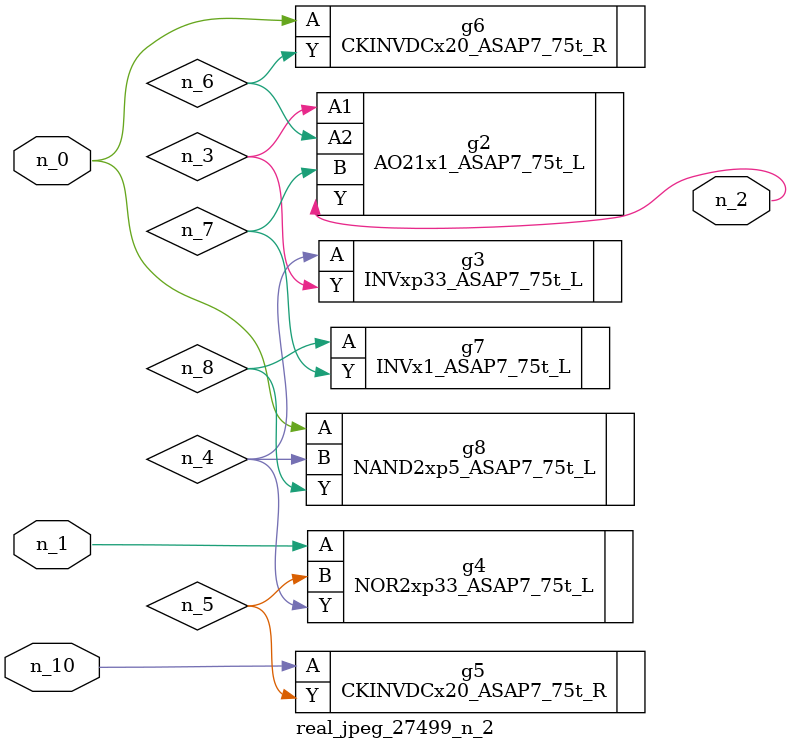
<source format=v>
module real_jpeg_27499_n_2 (n_1, n_10, n_0, n_2);

input n_1;
input n_10;
input n_0;

output n_2;

wire n_5;
wire n_4;
wire n_8;
wire n_6;
wire n_7;
wire n_3;

CKINVDCx20_ASAP7_75t_R g6 ( 
.A(n_0),
.Y(n_6)
);

NAND2xp5_ASAP7_75t_L g8 ( 
.A(n_0),
.B(n_4),
.Y(n_8)
);

NOR2xp33_ASAP7_75t_L g4 ( 
.A(n_1),
.B(n_5),
.Y(n_4)
);

AO21x1_ASAP7_75t_L g2 ( 
.A1(n_3),
.A2(n_6),
.B(n_7),
.Y(n_2)
);

INVxp33_ASAP7_75t_L g3 ( 
.A(n_4),
.Y(n_3)
);

INVx1_ASAP7_75t_L g7 ( 
.A(n_8),
.Y(n_7)
);

CKINVDCx20_ASAP7_75t_R g5 ( 
.A(n_10),
.Y(n_5)
);


endmodule
</source>
